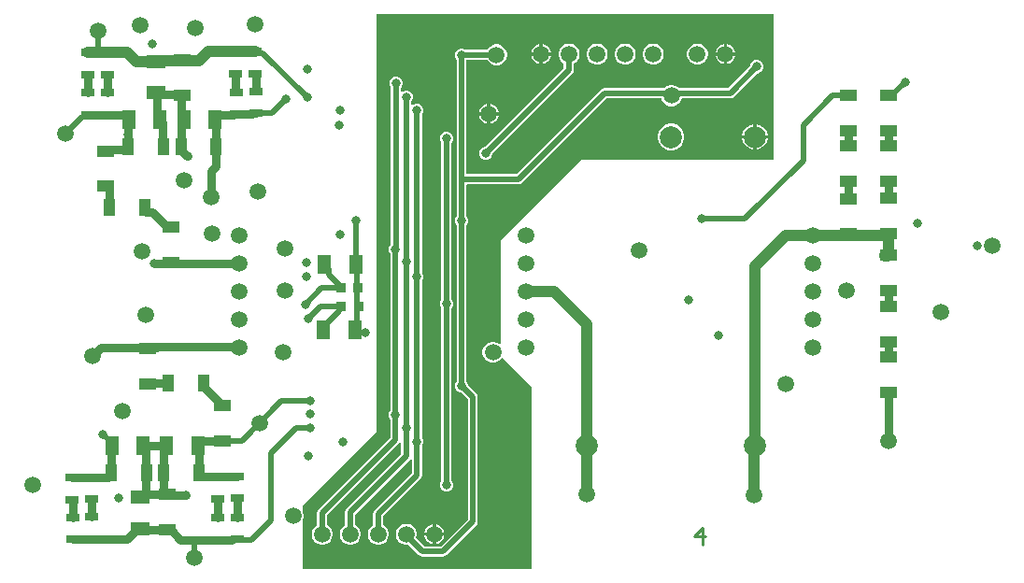
<source format=gbr>
%TF.GenerationSoftware,Altium Limited,Altium Designer,21.6.4 (81)*%
G04 Layer_Physical_Order=4*
G04 Layer_Color=16711680*
%FSLAX43Y43*%
%MOMM*%
%TF.SameCoordinates,C39744A4-4465-455E-AB15-BAA165A4C254*%
%TF.FilePolarity,Positive*%
%TF.FileFunction,Copper,L4,Bot,Signal*%
%TF.Part,Single*%
G01*
G75*
%TA.AperFunction,SMDPad,CuDef*%
%ADD13R,1.800X1.300*%
%ADD15R,1.600X1.000*%
%ADD16R,1.000X1.600*%
%ADD17R,1.250X0.800*%
%ADD18R,1.300X1.800*%
%ADD20R,0.850X0.900*%
%TA.AperFunction,Conductor*%
%ADD22C,0.800*%
%ADD23C,0.500*%
%ADD24C,1.000*%
%TA.AperFunction,NonConductor*%
%ADD26C,0.254*%
%TA.AperFunction,ComponentPad*%
%ADD27C,1.500*%
%ADD28C,2.000*%
%TA.AperFunction,ViaPad*%
%ADD29C,0.800*%
%TA.AperFunction,Conductor*%
%ADD30C,0.980*%
G36*
X70942Y37449D02*
X53559D01*
X49480Y33462D01*
X46203Y30079D01*
Y20763D01*
X46085Y20714D01*
X46049Y20750D01*
X45833Y20875D01*
X45591Y20940D01*
X45341D01*
X45099Y20875D01*
X44883Y20750D01*
X44706Y20573D01*
X44581Y20356D01*
X44516Y20115D01*
Y19865D01*
X44581Y19623D01*
X44706Y19406D01*
X44883Y19230D01*
X45099Y19105D01*
X45341Y19040D01*
X45591D01*
X45833Y19105D01*
X46049Y19230D01*
X46226Y19406D01*
X46263Y19470D01*
X46389Y19486D01*
X49003Y16873D01*
Y333D01*
X28304D01*
X28214Y423D01*
X28218Y4766D01*
X28234Y4795D01*
X28299Y5036D01*
Y5287D01*
X28234Y5528D01*
X28218Y5556D01*
X28219Y6017D01*
X34950Y12749D01*
Y50667D01*
X70942D01*
Y37449D01*
D02*
G37*
%LPC*%
G36*
X45921Y47902D02*
X45671D01*
X45430Y47838D01*
X45213Y47713D01*
X45036Y47536D01*
X44950Y47386D01*
X42986D01*
X42961Y47411D01*
X42741Y47503D01*
X42502D01*
X42281Y47411D01*
X42113Y47243D01*
X42021Y47022D01*
Y46783D01*
X42113Y46563D01*
X42162Y46513D01*
Y35662D01*
Y35179D01*
X42170Y35141D01*
X42162Y35103D01*
Y32295D01*
X42112Y32245D01*
X42021Y32025D01*
Y31786D01*
X42112Y31565D01*
X42162Y31515D01*
Y17320D01*
X42127Y17285D01*
X42036Y17065D01*
Y16826D01*
X42127Y16605D01*
X42296Y16437D01*
X42516Y16345D01*
X42587D01*
X43178Y15754D01*
Y4813D01*
X40755Y2389D01*
X39279D01*
X38512Y3157D01*
X38570Y3375D01*
Y3625D01*
X38505Y3867D01*
X38380Y4083D01*
X38203Y4260D01*
X37987Y4385D01*
X37745Y4450D01*
X37495D01*
X37253Y4385D01*
X37037Y4260D01*
X36860Y4083D01*
X36735Y3867D01*
X36670Y3625D01*
Y3375D01*
X36735Y3133D01*
X36860Y2917D01*
X37037Y2740D01*
X37253Y2615D01*
X37495Y2550D01*
X37745D01*
X37805Y2566D01*
X38765Y1606D01*
X38914Y1507D01*
X39089Y1472D01*
X40945D01*
X41120Y1507D01*
X41269Y1606D01*
X43962Y4298D01*
X44061Y4447D01*
X44096Y4623D01*
Y15944D01*
X44061Y16120D01*
X43962Y16268D01*
X43236Y16994D01*
Y17065D01*
X43144Y17285D01*
X43080Y17350D01*
Y31515D01*
X43130Y31565D01*
X43221Y31786D01*
Y32025D01*
X43130Y32245D01*
X43080Y32295D01*
Y35103D01*
X43172Y35203D01*
X47790D01*
X47966Y35238D01*
X48114Y35337D01*
X55778Y43001D01*
X60735D01*
X60772Y42864D01*
X60897Y42647D01*
X61073Y42470D01*
X61290Y42345D01*
X61532Y42281D01*
X61782D01*
X62023Y42345D01*
X62240Y42470D01*
X62417Y42647D01*
X62542Y42864D01*
X62579Y43001D01*
X66967D01*
X67143Y43036D01*
X67292Y43135D01*
X69416Y45259D01*
X69487D01*
X69707Y45351D01*
X69876Y45520D01*
X69967Y45740D01*
Y45979D01*
X69876Y46199D01*
X69707Y46368D01*
X69487Y46459D01*
X69248D01*
X69028Y46368D01*
X68859Y46199D01*
X68767Y45979D01*
Y45908D01*
X66777Y43918D01*
X62313D01*
X62240Y43991D01*
X62023Y44116D01*
X61782Y44181D01*
X61532D01*
X61290Y44116D01*
X61073Y43991D01*
X61001Y43918D01*
X55588D01*
X55412Y43883D01*
X55263Y43784D01*
X47600Y36120D01*
X43080D01*
Y46469D01*
X44978D01*
X45036Y46369D01*
X45213Y46192D01*
X45430Y46067D01*
X45671Y46002D01*
X45921D01*
X46163Y46067D01*
X46380Y46192D01*
X46556Y46369D01*
X46681Y46586D01*
X46746Y46827D01*
Y47077D01*
X46681Y47319D01*
X46556Y47536D01*
X46380Y47713D01*
X46163Y47838D01*
X45921Y47902D01*
D02*
G37*
G36*
X49990Y47892D02*
Y47150D01*
X50732D01*
X50679Y47347D01*
X50560Y47553D01*
X50393Y47720D01*
X50187Y47839D01*
X49990Y47892D01*
D02*
G37*
G36*
X49690Y47892D02*
X49493Y47839D01*
X49287Y47720D01*
X49120Y47553D01*
X49001Y47347D01*
X48948Y47150D01*
X49690D01*
Y47892D01*
D02*
G37*
G36*
X66690Y47892D02*
Y47150D01*
X67432D01*
X67379Y47347D01*
X67260Y47553D01*
X67093Y47720D01*
X66887Y47839D01*
X66690Y47892D01*
D02*
G37*
G36*
X66390D02*
X66193Y47839D01*
X65987Y47720D01*
X65820Y47553D01*
X65701Y47347D01*
X65648Y47150D01*
X66390D01*
Y47892D01*
D02*
G37*
G36*
X49690Y46850D02*
X48948D01*
X49001Y46653D01*
X49120Y46447D01*
X49287Y46280D01*
X49493Y46161D01*
X49690Y46108D01*
Y46850D01*
D02*
G37*
G36*
X67432Y46850D02*
X66690D01*
Y46108D01*
X66887Y46161D01*
X67093Y46280D01*
X67260Y46447D01*
X67379Y46653D01*
X67432Y46850D01*
D02*
G37*
G36*
X66390D02*
X65648D01*
X65701Y46653D01*
X65820Y46447D01*
X65987Y46280D01*
X66193Y46161D01*
X66390Y46108D01*
Y46850D01*
D02*
G37*
G36*
X50732Y46850D02*
X49990D01*
Y46108D01*
X50187Y46161D01*
X50393Y46280D01*
X50560Y46447D01*
X50679Y46653D01*
X50732Y46850D01*
D02*
G37*
G36*
X64125Y47950D02*
X63875D01*
X63633Y47885D01*
X63417Y47760D01*
X63240Y47583D01*
X63115Y47367D01*
X63050Y47125D01*
Y46875D01*
X63115Y46633D01*
X63240Y46417D01*
X63417Y46240D01*
X63633Y46115D01*
X63875Y46050D01*
X64125D01*
X64367Y46115D01*
X64583Y46240D01*
X64760Y46417D01*
X64885Y46633D01*
X64950Y46875D01*
Y47125D01*
X64885Y47367D01*
X64760Y47583D01*
X64583Y47760D01*
X64367Y47885D01*
X64125Y47950D01*
D02*
G37*
G36*
X60125D02*
X59875D01*
X59633Y47885D01*
X59417Y47760D01*
X59240Y47583D01*
X59115Y47367D01*
X59050Y47125D01*
Y46875D01*
X59115Y46633D01*
X59240Y46417D01*
X59417Y46240D01*
X59633Y46115D01*
X59875Y46050D01*
X60125D01*
X60367Y46115D01*
X60583Y46240D01*
X60760Y46417D01*
X60885Y46633D01*
X60950Y46875D01*
Y47125D01*
X60885Y47367D01*
X60760Y47583D01*
X60583Y47760D01*
X60367Y47885D01*
X60125Y47950D01*
D02*
G37*
G36*
X57585D02*
X57335D01*
X57093Y47885D01*
X56877Y47760D01*
X56700Y47583D01*
X56575Y47367D01*
X56510Y47125D01*
Y46875D01*
X56575Y46633D01*
X56700Y46417D01*
X56877Y46240D01*
X57093Y46115D01*
X57335Y46050D01*
X57585D01*
X57827Y46115D01*
X58043Y46240D01*
X58220Y46417D01*
X58345Y46633D01*
X58410Y46875D01*
Y47125D01*
X58345Y47367D01*
X58220Y47583D01*
X58043Y47760D01*
X57827Y47885D01*
X57585Y47950D01*
D02*
G37*
G36*
X55045D02*
X54795D01*
X54553Y47885D01*
X54337Y47760D01*
X54160Y47583D01*
X54035Y47367D01*
X53970Y47125D01*
Y46875D01*
X54035Y46633D01*
X54160Y46417D01*
X54337Y46240D01*
X54553Y46115D01*
X54795Y46050D01*
X55045D01*
X55287Y46115D01*
X55503Y46240D01*
X55680Y46417D01*
X55805Y46633D01*
X55870Y46875D01*
Y47125D01*
X55805Y47367D01*
X55680Y47583D01*
X55503Y47760D01*
X55287Y47885D01*
X55045Y47950D01*
D02*
G37*
G36*
X45235Y42484D02*
Y41742D01*
X45977D01*
X45924Y41940D01*
X45805Y42145D01*
X45638Y42312D01*
X45432Y42431D01*
X45235Y42484D01*
D02*
G37*
G36*
X44935Y42484D02*
X44738Y42431D01*
X44532Y42312D01*
X44365Y42145D01*
X44246Y41940D01*
X44193Y41742D01*
X44935D01*
Y42484D01*
D02*
G37*
G36*
Y41442D02*
X44193D01*
X44246Y41245D01*
X44365Y41040D01*
X44532Y40872D01*
X44738Y40754D01*
X44935Y40701D01*
Y41442D01*
D02*
G37*
G36*
X45977D02*
X45235D01*
Y40701D01*
X45432Y40754D01*
X45638Y40872D01*
X45805Y41040D01*
X45924Y41245D01*
X45977Y41442D01*
D02*
G37*
G36*
X69362Y40650D02*
X69360D01*
Y39650D01*
X70360D01*
Y39651D01*
X70282Y39944D01*
X70130Y40206D01*
X69916Y40420D01*
X69654Y40572D01*
X69362Y40650D01*
D02*
G37*
G36*
X69060D02*
X69059D01*
X68766Y40572D01*
X68504Y40420D01*
X68290Y40206D01*
X68139Y39944D01*
X68060Y39651D01*
Y39650D01*
X69060D01*
Y40650D01*
D02*
G37*
G36*
X70360Y39350D02*
X69360D01*
Y38350D01*
X69362D01*
X69654Y38428D01*
X69916Y38580D01*
X70130Y38794D01*
X70282Y39056D01*
X70360Y39349D01*
Y39350D01*
D02*
G37*
G36*
X69060D02*
X68060D01*
Y39349D01*
X68139Y39056D01*
X68290Y38794D01*
X68504Y38580D01*
X68766Y38428D01*
X69059Y38350D01*
X69060D01*
Y39350D01*
D02*
G37*
G36*
X61768Y40700D02*
X61452D01*
X61147Y40618D01*
X60873Y40460D01*
X60650Y40237D01*
X60492Y39963D01*
X60410Y39658D01*
Y39342D01*
X60492Y39037D01*
X60650Y38763D01*
X60873Y38540D01*
X61147Y38382D01*
X61452Y38300D01*
X61768D01*
X62073Y38382D01*
X62347Y38540D01*
X62570Y38763D01*
X62728Y39037D01*
X62810Y39342D01*
Y39658D01*
X62728Y39963D01*
X62570Y40237D01*
X62347Y40460D01*
X62073Y40618D01*
X61768Y40700D01*
D02*
G37*
G36*
X52505Y47950D02*
X52255D01*
X52013Y47885D01*
X51797Y47760D01*
X51620Y47583D01*
X51495Y47367D01*
X51430Y47125D01*
Y46875D01*
X51495Y46633D01*
X51620Y46417D01*
X51797Y46240D01*
X51891Y46186D01*
Y45732D01*
X44808Y38649D01*
X44737D01*
X44517Y38558D01*
X44348Y38389D01*
X44256Y38169D01*
Y37930D01*
X44348Y37709D01*
X44517Y37541D01*
X44737Y37449D01*
X44976D01*
X45196Y37541D01*
X45365Y37709D01*
X45456Y37930D01*
Y38000D01*
X52674Y45218D01*
X52773Y45367D01*
X52808Y45542D01*
Y46150D01*
X52963Y46240D01*
X53140Y46417D01*
X53265Y46633D01*
X53330Y46875D01*
Y47125D01*
X53265Y47367D01*
X53140Y47583D01*
X52963Y47760D01*
X52747Y47885D01*
X52505Y47950D01*
D02*
G37*
G36*
X41369Y39945D02*
X41130D01*
X40910Y39853D01*
X40741Y39684D01*
X40650Y39464D01*
Y39225D01*
X40741Y39005D01*
X40794Y38951D01*
Y24745D01*
X40748Y24698D01*
X40657Y24478D01*
Y24239D01*
X40748Y24019D01*
X40788Y23978D01*
Y8354D01*
X40729Y8295D01*
X40637Y8074D01*
Y7836D01*
X40729Y7615D01*
X40898Y7446D01*
X41118Y7355D01*
X41357D01*
X41577Y7446D01*
X41746Y7615D01*
X41837Y7836D01*
Y8074D01*
X41746Y8295D01*
X41706Y8335D01*
Y23959D01*
X41765Y24019D01*
X41857Y24239D01*
Y24478D01*
X41765Y24698D01*
X41712Y24752D01*
Y38958D01*
X41758Y39005D01*
X41850Y39225D01*
Y39464D01*
X41758Y39684D01*
X41589Y39853D01*
X41369Y39945D01*
D02*
G37*
G36*
X40310Y4392D02*
Y3650D01*
X41052D01*
X40999Y3847D01*
X40880Y4053D01*
X40713Y4220D01*
X40507Y4339D01*
X40310Y4392D01*
D02*
G37*
G36*
X40010D02*
X39813Y4339D01*
X39607Y4220D01*
X39440Y4053D01*
X39321Y3847D01*
X39268Y3650D01*
X40010D01*
Y4392D01*
D02*
G37*
G36*
X41052Y3350D02*
X40310D01*
Y2608D01*
X40507Y2661D01*
X40713Y2780D01*
X40880Y2947D01*
X40999Y3153D01*
X41052Y3350D01*
D02*
G37*
G36*
X40010D02*
X39268D01*
X39321Y3153D01*
X39440Y2947D01*
X39607Y2780D01*
X39813Y2661D01*
X40010Y2608D01*
Y3350D01*
D02*
G37*
G36*
X36792Y44978D02*
X36554D01*
X36333Y44886D01*
X36164Y44718D01*
X36073Y44497D01*
Y44258D01*
X36164Y44038D01*
X36201Y44002D01*
Y29740D01*
X36137Y29677D01*
X36046Y29456D01*
Y29218D01*
X36137Y28997D01*
X36168Y28966D01*
Y14665D01*
X36118Y14615D01*
X36027Y14394D01*
Y14155D01*
X36118Y13935D01*
X36168Y13885D01*
Y12233D01*
X29676Y5741D01*
X29576Y5592D01*
X29541Y5416D01*
Y4332D01*
X29417Y4260D01*
X29240Y4083D01*
X29115Y3867D01*
X29050Y3625D01*
Y3375D01*
X29115Y3133D01*
X29240Y2917D01*
X29417Y2740D01*
X29633Y2615D01*
X29875Y2550D01*
X30125D01*
X30367Y2615D01*
X30583Y2740D01*
X30760Y2917D01*
X30885Y3133D01*
X30950Y3375D01*
Y3625D01*
X30885Y3867D01*
X30760Y4083D01*
X30583Y4260D01*
X30459Y4332D01*
Y5226D01*
X36951Y11718D01*
X37034Y11843D01*
X37161Y11821D01*
Y10757D01*
X32216Y5812D01*
X32116Y5663D01*
X32081Y5487D01*
Y4332D01*
X31957Y4260D01*
X31780Y4083D01*
X31655Y3867D01*
X31590Y3625D01*
Y3375D01*
X31655Y3133D01*
X31780Y2917D01*
X31957Y2740D01*
X32173Y2615D01*
X32415Y2550D01*
X32665D01*
X32907Y2615D01*
X33123Y2740D01*
X33300Y2917D01*
X33425Y3133D01*
X33490Y3375D01*
Y3625D01*
X33425Y3867D01*
X33300Y4083D01*
X33123Y4260D01*
X32999Y4332D01*
Y5297D01*
X37944Y10243D01*
X37997Y10321D01*
X38124Y10283D01*
Y9011D01*
X34756Y5642D01*
X34656Y5493D01*
X34621Y5318D01*
Y4332D01*
X34497Y4260D01*
X34320Y4083D01*
X34195Y3867D01*
X34130Y3625D01*
Y3375D01*
X34195Y3133D01*
X34320Y2917D01*
X34497Y2740D01*
X34713Y2615D01*
X34955Y2550D01*
X35205D01*
X35447Y2615D01*
X35663Y2740D01*
X35840Y2917D01*
X35965Y3133D01*
X36030Y3375D01*
Y3625D01*
X35965Y3867D01*
X35840Y4083D01*
X35663Y4260D01*
X35539Y4332D01*
Y5128D01*
X38907Y8496D01*
X39006Y8645D01*
X39041Y8820D01*
Y11497D01*
X39091Y11547D01*
X39183Y11768D01*
Y12007D01*
X39091Y12227D01*
X39041Y12277D01*
Y26422D01*
X39102Y26483D01*
X39194Y26703D01*
Y26942D01*
X39102Y27162D01*
X39047Y27218D01*
Y41500D01*
X39091Y41545D01*
X39183Y41765D01*
Y42004D01*
X39091Y42224D01*
X38922Y42393D01*
X38702Y42485D01*
X38463D01*
X38243Y42393D01*
X38196Y42347D01*
X38079Y42395D01*
Y42745D01*
X38129Y42795D01*
X38220Y43016D01*
Y43254D01*
X38129Y43475D01*
X37960Y43644D01*
X37739Y43735D01*
X37501D01*
X37280Y43644D01*
X37236Y43599D01*
X37118Y43648D01*
Y43974D01*
X37182Y44038D01*
X37273Y44258D01*
Y44497D01*
X37182Y44718D01*
X37013Y44886D01*
X36792Y44978D01*
D02*
G37*
%LPD*%
D13*
X13516Y4027D02*
D03*
Y6877D02*
D03*
X14951Y43491D02*
D03*
Y46341D02*
D03*
D15*
X77648Y40031D02*
D03*
Y43231D02*
D03*
Y35458D02*
D03*
Y38658D02*
D03*
Y30709D02*
D03*
Y33909D02*
D03*
X81331Y20955D02*
D03*
Y24155D02*
D03*
X81305Y25553D02*
D03*
Y28753D02*
D03*
Y33960D02*
D03*
Y30760D02*
D03*
X16277Y31293D02*
D03*
Y28093D02*
D03*
X14148Y17145D02*
D03*
Y20345D02*
D03*
X81331Y19558D02*
D03*
Y16358D02*
D03*
X20989Y11929D02*
D03*
Y15129D02*
D03*
X15959Y3877D02*
D03*
Y7077D02*
D03*
X10379Y38227D02*
D03*
Y35027D02*
D03*
X81305Y38658D02*
D03*
Y35458D02*
D03*
Y43231D02*
D03*
Y40031D02*
D03*
X17339Y43285D02*
D03*
Y46485D02*
D03*
D16*
X19243Y17170D02*
D03*
X16043D02*
D03*
X15629Y9084D02*
D03*
X18829D02*
D03*
X14054D02*
D03*
X10854D02*
D03*
X10710Y33103D02*
D03*
X13910D02*
D03*
X12386Y38582D02*
D03*
X15586D02*
D03*
X17196Y38582D02*
D03*
X20396D02*
D03*
D17*
X22294Y8745D02*
D03*
Y6745D02*
D03*
X20541Y6685D02*
D03*
Y8685D02*
D03*
X7341Y6636D02*
D03*
Y8636D02*
D03*
X9119Y8661D02*
D03*
Y6661D02*
D03*
X9118Y5064D02*
D03*
Y3064D02*
D03*
X7391Y3038D02*
D03*
Y5038D02*
D03*
X20541Y2961D02*
D03*
Y4961D02*
D03*
X22295Y5012D02*
D03*
Y3012D02*
D03*
X10547Y43522D02*
D03*
Y41522D02*
D03*
X24002Y43646D02*
D03*
Y41646D02*
D03*
X8743Y45132D02*
D03*
Y47132D02*
D03*
X23952Y47256D02*
D03*
Y45256D02*
D03*
X22143D02*
D03*
Y47256D02*
D03*
X22198Y41563D02*
D03*
Y43563D02*
D03*
X8743Y41497D02*
D03*
Y43497D02*
D03*
X10547Y47133D02*
D03*
Y45133D02*
D03*
D18*
X18758Y11495D02*
D03*
X15908D02*
D03*
X30134Y22060D02*
D03*
X32984D02*
D03*
X33038Y27961D02*
D03*
X30188D02*
D03*
X13766Y11495D02*
D03*
X10916D02*
D03*
X17446Y41027D02*
D03*
X20296D02*
D03*
X12459Y41039D02*
D03*
X15309D02*
D03*
D20*
X33259Y25806D02*
D03*
X31709D02*
D03*
X33286Y24169D02*
D03*
X31736D02*
D03*
D22*
X14982Y20445D02*
X15009Y20472D01*
X14148Y20345D02*
X14248Y20445D01*
X15009Y20472D02*
X22448D01*
X14248Y20445D02*
X14982D01*
X9238Y19666D02*
X9968Y20396D01*
X9149Y19666D02*
X9238D01*
X9968Y20396D02*
X14497D01*
X19916Y34064D02*
Y36374D01*
X20396Y36854D01*
X17196Y38582D02*
Y43142D01*
Y38282D02*
Y38582D01*
X20396Y36854D02*
Y38582D01*
X20354D02*
Y40969D01*
X18440Y2961D02*
X20541D01*
X17176D02*
X18440D01*
X17734Y37744D02*
X17780D01*
X17196Y38282D02*
X17734Y37744D01*
X15629Y10966D02*
X15908Y11245D01*
X13985Y7207D02*
Y9015D01*
X16099Y7036D02*
X17678D01*
X13754Y6977D02*
X13985Y7207D01*
X13716Y7077D02*
X15959D01*
X15729D02*
X15959D01*
X15908Y11245D02*
Y11495D01*
X15629Y9084D02*
Y10966D01*
X13985Y9015D02*
X14054Y9084D01*
X20541Y8745D02*
X22294D01*
X19079D02*
X20541D01*
X10854Y9084D02*
Y11495D01*
X81331Y11938D02*
Y16358D01*
X13516Y6877D02*
X13716Y7077D01*
X12423Y39688D02*
Y41002D01*
Y38619D02*
Y39688D01*
X15877Y31393D02*
X16177D01*
X14010Y32703D02*
X14567D01*
X15877Y31393D01*
X16177D02*
X16277Y31293D01*
Y28041D02*
X22499D01*
X14783Y28042D02*
X16228D01*
X20566Y2986D02*
X21793D01*
X19158Y11929D02*
X20989D01*
X77648Y38658D02*
Y40031D01*
Y33909D02*
Y35458D01*
X81331Y24155D02*
Y25527D01*
Y19558D02*
Y20955D01*
X81305Y38658D02*
Y40031D01*
Y33909D02*
Y35458D01*
X22171Y43590D02*
Y45228D01*
X23977Y43670D02*
Y45231D01*
X19343Y16770D02*
Y17070D01*
X19243Y17170D02*
X19343Y17070D01*
X20589Y15229D02*
Y15525D01*
X19343Y16770D02*
X20589Y15525D01*
Y15229D02*
X20679Y15138D01*
X21031D01*
X16277Y28093D02*
X16278Y28092D01*
X16228Y28042D02*
X16278Y28092D01*
X15629Y7177D02*
Y9084D01*
X15309Y41039D02*
X15519Y40829D01*
X15054Y41294D02*
X15309Y41039D01*
X7341Y8636D02*
X10604D01*
X13910Y32803D02*
X14010Y32703D01*
X22198Y41563D02*
X23694D01*
X23777Y41646D02*
X24002D01*
X23694Y41563D02*
X23777Y41646D01*
X20296Y41272D02*
X20546Y41522D01*
X21933D02*
X21973Y41563D01*
X20546Y41522D02*
X21933D01*
X21973Y41563D02*
X22158D01*
X20296Y41027D02*
X20354Y40969D01*
X15519Y38649D02*
X15586Y38582D01*
X15519Y38649D02*
Y40829D01*
X14951Y43491D02*
X15054Y43388D01*
Y41294D02*
Y43388D01*
X17196Y43142D02*
X17339Y43285D01*
X15054Y43388D02*
X17236D01*
X17339Y43285D01*
X10710Y33103D02*
Y34696D01*
X10379Y35027D02*
X10710Y34696D01*
X10479Y38327D02*
X12286D01*
X12386Y38427D02*
Y38582D01*
X12286Y38327D02*
X12386Y38427D01*
X10379Y38227D02*
X10479Y38327D01*
X12423Y41002D02*
X12459Y41039D01*
X12386Y38582D02*
X12423Y38619D01*
X12209Y41522D02*
X12459Y41272D01*
X10547Y41522D02*
X12209D01*
X12459Y41039D02*
Y41272D01*
X10297Y41497D02*
X10322Y41522D01*
X8743Y41497D02*
X10297D01*
X10322Y41522D02*
X10547D01*
X10547Y43522D02*
X10547D01*
X10547D02*
Y45133D01*
X8743Y43497D02*
Y45132D01*
X14160Y17158D02*
X15943D01*
X15992Y17207D02*
Y17221D01*
X14148Y17145D02*
X14160Y17158D01*
X15943D02*
X15992Y17207D01*
X13766Y11495D02*
X13995Y11265D01*
Y9143D02*
X14054Y9084D01*
X13995Y9143D02*
Y11265D01*
X15629Y7177D02*
X15729Y7077D01*
X13766Y11495D02*
X15908D01*
X18829Y8995D02*
X19079Y8745D01*
X18829Y8995D02*
Y9084D01*
X18794Y9120D02*
Y11459D01*
X18758Y11495D02*
X18794Y11459D01*
Y9120D02*
X18829Y9084D01*
X18758Y11495D02*
Y11529D01*
X19158Y11929D01*
X15908Y11495D02*
X15908Y11495D01*
X22294Y6661D02*
X22295Y6661D01*
Y5012D02*
Y6661D01*
X20541Y4961D02*
Y6685D01*
X10604Y8636D02*
X10854Y8886D01*
Y9084D01*
X16259Y3877D02*
X17176Y2961D01*
X15959Y3877D02*
X16259D01*
X7391Y3038D02*
X12277D01*
X13266Y4027D01*
X13516D01*
X7366Y5064D02*
Y6610D01*
Y5064D02*
X7391Y5038D01*
X7341Y6636D02*
X7366Y6610D01*
X9118Y5064D02*
Y6661D01*
X9118Y5064D02*
X9118Y5064D01*
Y6661D02*
X9119Y6661D01*
X13516Y4027D02*
X13665Y3877D01*
X15959D01*
X20541Y2961D02*
X20566Y2986D01*
D23*
X47790Y35662D02*
X55588Y43459D01*
X66967D01*
X69367Y45859D01*
X8282Y41347D02*
X8593D01*
X8743Y41497D01*
X6756Y39822D02*
X8282Y41347D01*
X9703Y47301D02*
X9872Y47132D01*
X9703Y47301D02*
Y49078D01*
X18440Y1346D02*
Y2961D01*
X42646Y46928D02*
X45771D01*
X45796Y46952D01*
X42621Y46903D02*
X42646Y46928D01*
X40945Y1930D02*
X43637Y4623D01*
X37620Y3400D02*
X39089Y1930D01*
X40945D01*
X37620Y3400D02*
Y3500D01*
X81605Y43231D02*
X82825Y44450D01*
X81305Y43231D02*
X81605D01*
X82825Y44450D02*
X82880D01*
X44856Y38049D02*
X52349Y45542D01*
Y46969D01*
X42621Y35662D02*
X47790D01*
X42621D02*
Y46876D01*
Y35179D02*
Y35662D01*
X30000Y4000D02*
Y5416D01*
X36627Y12043D02*
Y14275D01*
X30000Y5416D02*
X36627Y12043D01*
Y14275D02*
Y29318D01*
X32540Y4000D02*
Y5487D01*
X37620Y10567D02*
Y13106D01*
X32540Y5487D02*
X37620Y10567D01*
Y13106D02*
Y28169D01*
X38583Y8820D02*
Y11887D01*
X35080Y5318D02*
X38583Y8820D01*
X35080Y4000D02*
Y5318D01*
X38583Y11887D02*
Y26811D01*
X76276Y43231D02*
X77648D01*
X73584Y37363D02*
Y40538D01*
X76276Y43231D01*
X25349Y10846D02*
X27635Y13132D01*
X28869D01*
X43637Y4623D02*
Y15944D01*
X37620Y28169D02*
Y43135D01*
X41247Y7964D02*
Y24349D01*
X41237Y7955D02*
X41247Y7964D01*
Y24349D02*
X41257Y24359D01*
X41253Y24362D02*
X41257Y24359D01*
X41250Y39345D02*
X41253Y39341D01*
Y24362D02*
Y39341D01*
X42636Y16945D02*
X43637Y15944D01*
X10109Y12548D02*
X10113D01*
X10916Y11745D01*
Y11557D02*
Y11745D01*
X10854Y11495D02*
X10916Y11557D01*
X33182Y22258D02*
Y27961D01*
X33029Y27970D02*
Y31936D01*
X33020Y31945D02*
X33029Y31936D01*
X23989Y47106D02*
X24611D01*
X28626Y43091D01*
X23890Y47205D02*
X23989Y47106D01*
X23694Y41595D02*
X23745Y41646D01*
X25440D02*
X26746Y42951D01*
X23745Y41646D02*
X25440D01*
X33029Y27970D02*
X33038Y27961D01*
X22295Y3012D02*
X22320Y2986D01*
X25349Y4775D02*
Y10846D01*
X23560Y2986D02*
X25349Y4775D01*
X22320Y2986D02*
X23560D01*
X21793D02*
X22295D01*
X20989Y11980D02*
X22724D01*
X26307Y15563D01*
X28869D01*
X20989Y11980D02*
X21039Y11929D01*
X64390Y32073D02*
X68293D01*
X73584Y37363D01*
X32984Y22060D02*
X33260Y21785D01*
X33934D01*
X31534Y25981D02*
Y26073D01*
X30588Y27020D02*
Y27561D01*
Y27020D02*
X31534Y26073D01*
X29924Y25806D02*
X31709D01*
X31534Y25981D02*
X31709Y25806D01*
X30188Y27961D02*
X30588Y27561D01*
X28442Y24325D02*
X29924Y25806D01*
X29853Y24169D02*
X31736D01*
X28697Y23012D02*
X29853Y24169D01*
X30134Y22310D02*
X31561Y23738D01*
Y23994D02*
X31736Y24169D01*
X30134Y22060D02*
Y22310D01*
X31561Y23738D02*
Y23994D01*
X32984Y22060D02*
X33182Y22258D01*
X36646Y29337D02*
X36659Y29351D01*
Y44364D01*
X36673Y44378D01*
X38588Y26828D02*
Y41879D01*
Y26828D02*
X38594Y26822D01*
X38583Y41885D02*
X38588Y41879D01*
X42621Y16945D02*
Y31905D01*
Y35103D01*
X20989Y15129D02*
X21224Y15364D01*
X16277Y28093D02*
X16278Y28092D01*
X23952Y45256D02*
X23977Y45231D01*
Y43670D02*
X24002Y43646D01*
X22143Y45256D02*
X22171Y45228D01*
Y43590D02*
X22198Y43563D01*
X22499Y28041D02*
X22500Y28040D01*
X15793Y17450D02*
X16043Y17200D01*
Y17170D02*
Y17200D01*
D24*
X69164Y7071D02*
Y11454D01*
X77648Y30580D02*
X81305D01*
X69210Y11500D02*
Y27757D01*
X54010Y7090D02*
Y11500D01*
X74500Y30580D02*
X77648D01*
X72033D02*
X74500D01*
X48500Y25500D02*
X51030D01*
X54010Y11500D02*
Y22520D01*
X51030Y25500D02*
X54010Y22520D01*
X69210Y27757D02*
X72033Y30580D01*
X81305D02*
Y30760D01*
Y28753D02*
Y30580D01*
X81005Y28702D02*
X81255D01*
X80955Y28753D02*
X81005Y28702D01*
D26*
X64470Y2525D02*
Y4049D01*
X63708Y3287D01*
X64724D01*
D27*
X13665Y29108D02*
D03*
X17457Y35595D02*
D03*
X20045Y30714D02*
D03*
X86065Y23618D02*
D03*
X77470Y25552D02*
D03*
X9149Y19666D02*
D03*
X13986Y23343D02*
D03*
X54010Y7090D02*
D03*
X61657Y43231D02*
D03*
X13503Y49608D02*
D03*
X6756Y39822D02*
D03*
X9703Y49078D02*
D03*
X18466Y49327D02*
D03*
X24130Y34544D02*
D03*
X19916Y34064D02*
D03*
X90678Y29632D02*
D03*
X71984Y17094D02*
D03*
X22500Y25500D02*
D03*
Y30580D02*
D03*
Y28040D02*
D03*
Y22960D02*
D03*
Y20420D02*
D03*
X58741Y29253D02*
D03*
X26604Y25595D02*
D03*
X26441Y19990D02*
D03*
X45466D02*
D03*
X26619Y29405D02*
D03*
X23890Y49682D02*
D03*
X69164Y7071D02*
D03*
X3759Y7926D02*
D03*
X24302Y13558D02*
D03*
X18440Y1346D02*
D03*
X11862Y14667D02*
D03*
X27349Y5162D02*
D03*
X81331Y11968D02*
D03*
X45085Y41592D02*
D03*
X45796Y46952D02*
D03*
X60000Y47000D02*
D03*
X57460D02*
D03*
X54920D02*
D03*
X52380D02*
D03*
X49840D02*
D03*
X66540D02*
D03*
X64000D02*
D03*
X40160Y3500D02*
D03*
X37620D02*
D03*
X35080D02*
D03*
X32540D02*
D03*
X30000D02*
D03*
X74500Y30580D02*
D03*
Y28040D02*
D03*
Y25500D02*
D03*
Y22960D02*
D03*
Y20420D02*
D03*
X48500Y20420D02*
D03*
Y22960D02*
D03*
Y25500D02*
D03*
Y28040D02*
D03*
Y30580D02*
D03*
D28*
X69210Y11500D02*
D03*
X54010D02*
D03*
X69210Y39500D02*
D03*
X61610D02*
D03*
D29*
X89362Y29657D02*
D03*
X17780Y37744D02*
D03*
X17678Y7036D02*
D03*
X69367Y45859D02*
D03*
X82880Y44450D02*
D03*
X28869Y13132D02*
D03*
Y14402D02*
D03*
X31852Y11887D02*
D03*
X83915Y31666D02*
D03*
X41237Y7955D02*
D03*
X41250Y39345D02*
D03*
X41257Y24359D02*
D03*
X42360Y10146D02*
D03*
X10109Y12548D02*
D03*
X28550Y26848D02*
D03*
X28778Y10592D02*
D03*
X11582Y6807D02*
D03*
X28550Y28135D02*
D03*
X33020Y31945D02*
D03*
X65938Y21514D02*
D03*
X31648Y30675D02*
D03*
X63195Y24740D02*
D03*
X26746Y42951D02*
D03*
X12423Y39688D02*
D03*
X14567Y47955D02*
D03*
X31648Y41885D02*
D03*
X31547Y40595D02*
D03*
X44856Y38049D02*
D03*
X64390Y32073D02*
D03*
X28869Y15563D02*
D03*
X28653Y45640D02*
D03*
X33934Y21785D02*
D03*
X28442Y24325D02*
D03*
X28697Y23012D02*
D03*
X36673Y44378D02*
D03*
X36646Y29337D02*
D03*
X36627Y14275D02*
D03*
X37620Y43135D02*
D03*
Y28169D02*
D03*
Y13106D02*
D03*
X38583Y41885D02*
D03*
X38594Y26822D02*
D03*
X38583Y11887D02*
D03*
X28626Y43091D02*
D03*
X14783Y28042D02*
D03*
X42636Y16945D02*
D03*
X42621Y31905D02*
D03*
X42621Y46903D02*
D03*
D30*
X9872Y47132D02*
X10547D01*
X8743D02*
X9872D01*
X22143Y47256D02*
X23952D01*
X19671D02*
X22143D01*
X17339Y46485D02*
X17411Y46413D01*
X18829D01*
X19671Y47256D01*
X10547Y47133D02*
X12329D01*
X13120Y46341D02*
X14951D01*
X12329Y47133D02*
X13120Y46341D01*
X15023Y46413D02*
X17267D01*
X14951Y46341D02*
X15023Y46413D01*
X17267D02*
X17339Y46485D01*
X8743Y47132D02*
X8743Y47132D01*
X10547D02*
X10547Y47133D01*
%TF.MD5,642287e97ee98e9d0851df046d0f7734*%
M02*

</source>
